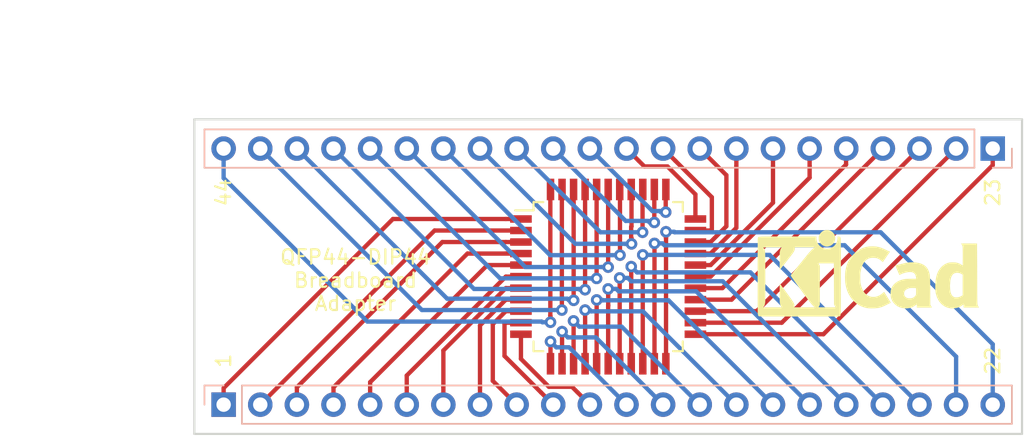
<source format=kicad_pcb>
(kicad_pcb (version 20171130) (host pcbnew "(6.0.0-rc1-dev-1672-g82bab7f0a)")

  (general
    (thickness 1.6)
    (drawings 11)
    (tracks 247)
    (zones 0)
    (modules 4)
    (nets 45)
  )

  (page A4)
  (layers
    (0 F.Cu signal)
    (31 B.Cu signal)
    (32 B.Adhes user)
    (33 F.Adhes user)
    (34 B.Paste user)
    (35 F.Paste user)
    (36 B.SilkS user)
    (37 F.SilkS user)
    (38 B.Mask user)
    (39 F.Mask user)
    (40 Dwgs.User user)
    (41 Cmts.User user)
    (42 Eco1.User user)
    (43 Eco2.User user)
    (44 Edge.Cuts user)
    (45 Margin user)
    (46 B.CrtYd user)
    (47 F.CrtYd user)
    (48 B.Fab user)
    (49 F.Fab user)
  )

  (setup
    (last_trace_width 0.3)
    (trace_clearance 0.24)
    (zone_clearance 0.508)
    (zone_45_only no)
    (trace_min 0.2)
    (via_size 0.8)
    (via_drill 0.4)
    (via_min_size 0.4)
    (via_min_drill 0.3)
    (uvia_size 0.3)
    (uvia_drill 0.1)
    (uvias_allowed no)
    (uvia_min_size 0.2)
    (uvia_min_drill 0.1)
    (edge_width 0.15)
    (segment_width 0.2)
    (pcb_text_width 0.3)
    (pcb_text_size 1.5 1.5)
    (mod_edge_width 0.15)
    (mod_text_size 1 1)
    (mod_text_width 0.15)
    (pad_size 1.524 1.524)
    (pad_drill 0.762)
    (pad_to_mask_clearance 0.051)
    (solder_mask_min_width 0.25)
    (aux_axis_origin 61.468 75.692)
    (grid_origin 61.468 75.692)
    (visible_elements FFFFFF7F)
    (pcbplotparams
      (layerselection 0x010fc_ffffffff)
      (usegerberextensions false)
      (usegerberattributes false)
      (usegerberadvancedattributes false)
      (creategerberjobfile false)
      (excludeedgelayer true)
      (linewidth 0.100000)
      (plotframeref false)
      (viasonmask false)
      (mode 1)
      (useauxorigin false)
      (hpglpennumber 1)
      (hpglpenspeed 20)
      (hpglpendiameter 15.000000)
      (psnegative false)
      (psa4output false)
      (plotreference true)
      (plotvalue true)
      (plotinvisibletext false)
      (padsonsilk false)
      (subtractmaskfromsilk false)
      (outputformat 1)
      (mirror false)
      (drillshape 1)
      (scaleselection 1)
      (outputdirectory ""))
  )

  (net 0 "")
  (net 1 6)
  (net 2 5)
  (net 3 4)
  (net 4 3)
  (net 5 2)
  (net 6 1)
  (net 7 22)
  (net 8 21)
  (net 9 20)
  (net 10 19)
  (net 11 18)
  (net 12 17)
  (net 13 16)
  (net 14 15)
  (net 15 14)
  (net 16 13)
  (net 17 12)
  (net 18 11)
  (net 19 10)
  (net 20 9)
  (net 21 8)
  (net 22 7)
  (net 23 23)
  (net 24 24)
  (net 25 25)
  (net 26 26)
  (net 27 27)
  (net 28 28)
  (net 29 29)
  (net 30 30)
  (net 31 31)
  (net 32 32)
  (net 33 33)
  (net 34 34)
  (net 35 35)
  (net 36 36)
  (net 37 37)
  (net 38 38)
  (net 39 39)
  (net 40 40)
  (net 41 41)
  (net 42 42)
  (net 43 43)
  (net 44 44)

  (net_class Default "This is the default net class."
    (clearance 0.24)
    (trace_width 0.3)
    (via_dia 0.8)
    (via_drill 0.4)
    (uvia_dia 0.3)
    (uvia_drill 0.1)
    (add_net 1)
    (add_net 10)
    (add_net 11)
    (add_net 12)
    (add_net 13)
    (add_net 14)
    (add_net 15)
    (add_net 16)
    (add_net 17)
    (add_net 18)
    (add_net 19)
    (add_net 2)
    (add_net 20)
    (add_net 21)
    (add_net 22)
    (add_net 23)
    (add_net 24)
    (add_net 25)
    (add_net 26)
    (add_net 27)
    (add_net 28)
    (add_net 29)
    (add_net 3)
    (add_net 30)
    (add_net 31)
    (add_net 32)
    (add_net 33)
    (add_net 34)
    (add_net 35)
    (add_net 36)
    (add_net 37)
    (add_net 38)
    (add_net 39)
    (add_net 4)
    (add_net 40)
    (add_net 41)
    (add_net 42)
    (add_net 43)
    (add_net 44)
    (add_net 5)
    (add_net 6)
    (add_net 7)
    (add_net 8)
    (add_net 9)
  )

  (module Symbol:KiCad-Logo_6mm_SilkScreen (layer F.Cu) (tedit 0) (tstamp 5C5445A4)
    (at 108.204 64.516)
    (descr "KiCad Logo")
    (tags "Logo KiCad")
    (attr virtual)
    (fp_text reference REF** (at 0 -5.08) (layer F.SilkS) hide
      (effects (font (size 1 1) (thickness 0.15)))
    )
    (fp_text value KiCad-Logo_6mm_SilkScreen (at 0 5.08) (layer F.Fab) hide
      (effects (font (size 1 1) (thickness 0.15)))
    )
    (fp_poly (pts (xy -2.726079 -2.96351) (xy -2.622973 -2.927762) (xy -2.526978 -2.871493) (xy -2.441247 -2.794712)
      (xy -2.36893 -2.697427) (xy -2.336445 -2.636108) (xy -2.308332 -2.55034) (xy -2.294705 -2.451323)
      (xy -2.296214 -2.349529) (xy -2.312969 -2.257286) (xy -2.358763 -2.144568) (xy -2.425168 -2.046793)
      (xy -2.508809 -1.965885) (xy -2.606312 -1.903768) (xy -2.7143 -1.862366) (xy -2.829399 -1.843603)
      (xy -2.948234 -1.849402) (xy -3.006811 -1.861794) (xy -3.120972 -1.906203) (xy -3.222365 -1.973967)
      (xy -3.308545 -2.062999) (xy -3.377066 -2.171209) (xy -3.382864 -2.183027) (xy -3.402904 -2.227372)
      (xy -3.415487 -2.26472) (xy -3.422319 -2.30412) (xy -3.425105 -2.354619) (xy -3.425568 -2.409567)
      (xy -3.424803 -2.475585) (xy -3.421352 -2.523311) (xy -3.413477 -2.561897) (xy -3.399443 -2.600494)
      (xy -3.38212 -2.638574) (xy -3.317505 -2.746672) (xy -3.237934 -2.834197) (xy -3.14656 -2.901159)
      (xy -3.046536 -2.947564) (xy -2.941012 -2.973419) (xy -2.833142 -2.978732) (xy -2.726079 -2.96351)) (layer F.SilkS) (width 0.01))
    (fp_poly (pts (xy 6.84227 -2.043175) (xy 6.959041 -2.042696) (xy 6.998729 -2.042455) (xy 7.544486 -2.038865)
      (xy 7.551351 0.054919) (xy 7.552258 0.338842) (xy 7.553062 0.59664) (xy 7.553815 0.829646)
      (xy 7.554569 1.039194) (xy 7.555375 1.226618) (xy 7.556285 1.39325) (xy 7.557351 1.540425)
      (xy 7.558624 1.669477) (xy 7.560156 1.781739) (xy 7.561998 1.878544) (xy 7.564203 1.961226)
      (xy 7.566822 2.031119) (xy 7.569906 2.089557) (xy 7.573508 2.137872) (xy 7.577678 2.1774)
      (xy 7.582469 2.209473) (xy 7.587931 2.235424) (xy 7.594118 2.256589) (xy 7.60108 2.274299)
      (xy 7.608869 2.289889) (xy 7.617537 2.304693) (xy 7.627135 2.320044) (xy 7.637715 2.337276)
      (xy 7.639884 2.340946) (xy 7.676268 2.403031) (xy 7.150431 2.399434) (xy 6.624594 2.395838)
      (xy 6.617729 2.280331) (xy 6.613992 2.224899) (xy 6.610097 2.192851) (xy 6.604811 2.180135)
      (xy 6.596903 2.182696) (xy 6.59027 2.190024) (xy 6.561374 2.216714) (xy 6.514279 2.251021)
      (xy 6.45562 2.288846) (xy 6.392031 2.32609) (xy 6.330149 2.358653) (xy 6.282634 2.380077)
      (xy 6.171316 2.415283) (xy 6.043596 2.440222) (xy 5.908901 2.453941) (xy 5.776663 2.455486)
      (xy 5.656308 2.443906) (xy 5.654326 2.443574) (xy 5.489641 2.40225) (xy 5.335479 2.336412)
      (xy 5.193328 2.247474) (xy 5.064675 2.136852) (xy 4.951007 2.005961) (xy 4.85381 1.856216)
      (xy 4.774572 1.689033) (xy 4.73143 1.56519) (xy 4.702979 1.461581) (xy 4.68188 1.361252)
      (xy 4.667488 1.258109) (xy 4.659158 1.146057) (xy 4.656245 1.019001) (xy 4.657535 0.915252)
      (xy 5.67065 0.915252) (xy 5.675444 1.089222) (xy 5.690568 1.238895) (xy 5.716485 1.365597)
      (xy 5.753663 1.470658) (xy 5.802565 1.555406) (xy 5.863658 1.621169) (xy 5.934177 1.667659)
      (xy 5.970871 1.685014) (xy 6.002696 1.695419) (xy 6.038177 1.700179) (xy 6.085841 1.700601)
      (xy 6.137189 1.698748) (xy 6.238169 1.689841) (xy 6.318035 1.672398) (xy 6.343135 1.663661)
      (xy 6.400448 1.637857) (xy 6.460897 1.605453) (xy 6.487297 1.589233) (xy 6.555946 1.544205)
      (xy 6.555946 0.116982) (xy 6.480432 0.071718) (xy 6.375121 0.020572) (xy 6.267525 -0.009676)
      (xy 6.161581 -0.019205) (xy 6.061224 -0.008193) (xy 5.970387 0.023181) (xy 5.893007 0.07474)
      (xy 5.868039 0.099488) (xy 5.807856 0.180577) (xy 5.759145 0.278734) (xy 5.721499 0.395643)
      (xy 5.694512 0.532985) (xy 5.677775 0.692444) (xy 5.670883 0.8757) (xy 5.67065 0.915252)
      (xy 4.657535 0.915252) (xy 4.658073 0.872067) (xy 4.669647 0.646053) (xy 4.69292 0.442192)
      (xy 4.728504 0.257513) (xy 4.777013 0.089048) (xy 4.83906 -0.066174) (xy 4.861201 -0.112192)
      (xy 4.950385 -0.262261) (xy 5.058159 -0.395623) (xy 5.18199 -0.510123) (xy 5.319342 -0.603611)
      (xy 5.467683 -0.673932) (xy 5.556604 -0.70294) (xy 5.643933 -0.72016) (xy 5.749011 -0.730406)
      (xy 5.863029 -0.733682) (xy 5.977177 -0.729991) (xy 6.082648 -0.71934) (xy 6.167334 -0.70263)
      (xy 6.268128 -0.66986) (xy 6.365822 -0.627721) (xy 6.451296 -0.580481) (xy 6.496789 -0.548419)
      (xy 6.528169 -0.524578) (xy 6.550142 -0.510061) (xy 6.555141 -0.508) (xy 6.55669 -0.521282)
      (xy 6.558135 -0.559337) (xy 6.559443 -0.619481) (xy 6.560583 -0.699027) (xy 6.561521 -0.795289)
      (xy 6.562226 -0.905581) (xy 6.562667 -1.027219) (xy 6.562811 -1.151115) (xy 6.56273 -1.309804)
      (xy 6.562335 -1.443592) (xy 6.561395 -1.55504) (xy 6.55968 -1.646705) (xy 6.556957 -1.721147)
      (xy 6.552997 -1.780925) (xy 6.547569 -1.828598) (xy 6.540441 -1.866726) (xy 6.531384 -1.897866)
      (xy 6.520167 -1.924579) (xy 6.506558 -1.949423) (xy 6.490328 -1.974957) (xy 6.48824 -1.978119)
      (xy 6.467306 -2.01119) (xy 6.454667 -2.033931) (xy 6.452973 -2.038728) (xy 6.466216 -2.040241)
      (xy 6.504002 -2.041472) (xy 6.563416 -2.042401) (xy 6.641542 -2.043008) (xy 6.735465 -2.043273)
      (xy 6.84227 -2.043175)) (layer F.SilkS) (width 0.01))
    (fp_poly (pts (xy 3.167505 -0.735771) (xy 3.235531 -0.730622) (xy 3.430163 -0.704727) (xy 3.602529 -0.663425)
      (xy 3.75347 -0.606147) (xy 3.883825 -0.532326) (xy 3.994434 -0.441392) (xy 4.086135 -0.332778)
      (xy 4.15977 -0.205915) (xy 4.213539 -0.068648) (xy 4.227187 -0.024863) (xy 4.239073 0.016141)
      (xy 4.249334 0.056569) (xy 4.258113 0.09863) (xy 4.265548 0.144531) (xy 4.27178 0.19648)
      (xy 4.27695 0.256685) (xy 4.281196 0.327352) (xy 4.28466 0.410689) (xy 4.287481 0.508905)
      (xy 4.2898 0.624205) (xy 4.291757 0.758799) (xy 4.293491 0.914893) (xy 4.295143 1.094695)
      (xy 4.296324 1.235676) (xy 4.30427 2.203622) (xy 4.355756 2.29677) (xy 4.380137 2.341645)
      (xy 4.39828 2.376501) (xy 4.406935 2.395054) (xy 4.407243 2.396311) (xy 4.394014 2.397749)
      (xy 4.356326 2.399074) (xy 4.297183 2.400249) (xy 4.219586 2.401237) (xy 4.126536 2.401999)
      (xy 4.021035 2.4025) (xy 3.906084 2.402701) (xy 3.892378 2.402703) (xy 3.377513 2.402703)
      (xy 3.377513 2.286) (xy 3.376635 2.23326) (xy 3.374292 2.192926) (xy 3.370921 2.1713)
      (xy 3.369431 2.169298) (xy 3.355804 2.177683) (xy 3.327757 2.199692) (xy 3.291303 2.230601)
      (xy 3.290485 2.231316) (xy 3.223962 2.280843) (xy 3.139948 2.330575) (xy 3.047937 2.375626)
      (xy 2.957421 2.41111) (xy 2.917567 2.423236) (xy 2.838255 2.438637) (xy 2.740935 2.448465)
      (xy 2.634516 2.45258) (xy 2.527907 2.450841) (xy 2.430017 2.443108) (xy 2.361513 2.431981)
      (xy 2.19352 2.382648) (xy 2.042281 2.312342) (xy 1.908782 2.221933) (xy 1.794006 2.112295)
      (xy 1.698937 1.984299) (xy 1.62456 1.838818) (xy 1.592474 1.750541) (xy 1.572365 1.664739)
      (xy 1.559038 1.561736) (xy 1.552872 1.451034) (xy 1.553074 1.434925) (xy 2.481648 1.434925)
      (xy 2.489348 1.517184) (xy 2.514989 1.585546) (xy 2.562378 1.64897) (xy 2.580579 1.667567)
      (xy 2.645282 1.717846) (xy 2.720066 1.750056) (xy 2.809662 1.765648) (xy 2.904012 1.766796)
      (xy 2.993501 1.759216) (xy 3.062018 1.744389) (xy 3.091775 1.733253) (xy 3.145408 1.702904)
      (xy 3.202235 1.660221) (xy 3.254082 1.612317) (xy 3.292778 1.566301) (xy 3.303054 1.549421)
      (xy 3.311042 1.525782) (xy 3.316721 1.488168) (xy 3.320356 1.432985) (xy 3.322211 1.35664)
      (xy 3.322594 1.283981) (xy 3.322335 1.19927) (xy 3.321287 1.138018) (xy 3.319045 1.096227)
      (xy 3.315206 1.069899) (xy 3.309365 1.055035) (xy 3.301118 1.047639) (xy 3.298567 1.046461)
      (xy 3.2764 1.042833) (xy 3.23268 1.039866) (xy 3.173311 1.037827) (xy 3.104196 1.036983)
      (xy 3.089189 1.036982) (xy 2.996805 1.038457) (xy 2.925432 1.042842) (xy 2.868719 1.050738)
      (xy 2.821872 1.06227) (xy 2.705669 1.106215) (xy 2.614543 1.160243) (xy 2.547705 1.225219)
      (xy 2.504365 1.302005) (xy 2.483734 1.391467) (xy 2.481648 1.434925) (xy 1.553074 1.434925)
      (xy 1.554244 1.342133) (xy 1.563532 1.244536) (xy 1.570777 1.205105) (xy 1.617039 1.058701)
      (xy 1.687384 0.923995) (xy 1.780484 0.80228) (xy 1.895012 0.694847) (xy 2.02964 0.602988)
      (xy 2.18304 0.527996) (xy 2.313459 0.482458) (xy 2.400623 0.458533) (xy 2.483996 0.439943)
      (xy 2.568976 0.426084) (xy 2.660965 0.416351) (xy 2.765362 0.410141) (xy 2.887568 0.406851)
      (xy 2.998055 0.405924) (xy 3.325677 0.405027) (xy 3.319401 0.306547) (xy 3.301579 0.199695)
      (xy 3.263667 0.107852) (xy 3.20728 0.03331) (xy 3.134031 -0.021636) (xy 3.069535 -0.048448)
      (xy 2.977123 -0.065346) (xy 2.867111 -0.067773) (xy 2.744656 -0.056622) (xy 2.614914 -0.03279)
      (xy 2.483042 0.00283) (xy 2.354198 0.049343) (xy 2.260566 0.091883) (xy 2.215517 0.113728)
      (xy 2.181156 0.128984) (xy 2.163681 0.134937) (xy 2.162733 0.134746) (xy 2.156703 0.121412)
      (xy 2.141645 0.086068) (xy 2.118977 0.032101) (xy 2.090115 -0.037104) (xy 2.056477 -0.11816)
      (xy 2.022284 -0.200882) (xy 1.885586 -0.532197) (xy 1.98282 -0.548167) (xy 2.024964 -0.55618)
      (xy 2.088319 -0.569639) (xy 2.167457 -0.587321) (xy 2.256951 -0.608004) (xy 2.351373 -0.630468)
      (xy 2.388973 -0.639597) (xy 2.551637 -0.677326) (xy 2.69405 -0.705612) (xy 2.821527 -0.725028)
      (xy 2.939384 -0.736146) (xy 3.052938 -0.739536) (xy 3.167505 -0.735771)) (layer F.SilkS) (width 0.01))
    (fp_poly (pts (xy 0.439962 -1.839501) (xy 0.588014 -1.823293) (xy 0.731452 -1.794282) (xy 0.87611 -1.750955)
      (xy 1.027824 -1.691799) (xy 1.192428 -1.6153) (xy 1.222071 -1.600483) (xy 1.290098 -1.566969)
      (xy 1.354256 -1.536792) (xy 1.408215 -1.512834) (xy 1.44564 -1.497976) (xy 1.451389 -1.496105)
      (xy 1.506486 -1.479598) (xy 1.259851 -1.120799) (xy 1.199552 -1.033107) (xy 1.144422 -0.952988)
      (xy 1.096336 -0.883164) (xy 1.057168 -0.826353) (xy 1.028794 -0.785277) (xy 1.013087 -0.762654)
      (xy 1.010536 -0.759072) (xy 1.000171 -0.766562) (xy 0.97466 -0.789082) (xy 0.938563 -0.822539)
      (xy 0.918642 -0.84145) (xy 0.805773 -0.931222) (xy 0.679014 -0.999439) (xy 0.569783 -1.036805)
      (xy 0.504214 -1.04854) (xy 0.422116 -1.055692) (xy 0.333144 -1.058126) (xy 0.246956 -1.055712)
      (xy 0.173205 -1.048317) (xy 0.143776 -1.042653) (xy 0.011133 -0.997018) (xy -0.108394 -0.927337)
      (xy -0.214717 -0.83374) (xy -0.307747 -0.716351) (xy -0.387395 -0.5753) (xy -0.453574 -0.410714)
      (xy -0.506194 -0.22272) (xy -0.537467 -0.061783) (xy -0.545626 0.009263) (xy -0.551185 0.101046)
      (xy -0.554198 0.206968) (xy -0.554719 0.320434) (xy -0.5528 0.434849) (xy -0.548497 0.543617)
      (xy -0.541863 0.640143) (xy -0.532951 0.717831) (xy -0.531021 0.729817) (xy -0.488501 0.922892)
      (xy -0.430567 1.093773) (xy -0.356867 1.243224) (xy -0.267049 1.372011) (xy -0.203293 1.441639)
      (xy -0.088714 1.536173) (xy 0.036942 1.606246) (xy 0.171557 1.651477) (xy 0.313011 1.671484)
      (xy 0.459183 1.665885) (xy 0.607955 1.6343) (xy 0.695911 1.603394) (xy 0.817629 1.541506)
      (xy 0.94308 1.452729) (xy 1.013353 1.392694) (xy 1.052811 1.357947) (xy 1.083812 1.332454)
      (xy 1.101458 1.32017) (xy 1.103648 1.319795) (xy 1.111524 1.332347) (xy 1.131932 1.365516)
      (xy 1.163132 1.416458) (xy 1.203386 1.482331) (xy 1.250957 1.560289) (xy 1.304104 1.64749)
      (xy 1.333687 1.696067) (xy 1.559648 2.067215) (xy 1.277527 2.206639) (xy 1.175522 2.256719)
      (xy 1.092889 2.29621) (xy 1.024578 2.327073) (xy 0.965537 2.351268) (xy 0.910714 2.370758)
      (xy 0.85506 2.387503) (xy 0.793523 2.403465) (xy 0.73454 2.417482) (xy 0.682115 2.428329)
      (xy 0.627288 2.436526) (xy 0.564572 2.442528) (xy 0.488477 2.44679) (xy 0.393516 2.449767)
      (xy 0.329513 2.451052) (xy 0.238192 2.45193) (xy 0.150627 2.451487) (xy 0.072612 2.449852)
      (xy 0.009942 2.447149) (xy -0.031587 2.443505) (xy -0.034048 2.443142) (xy -0.249697 2.396487)
      (xy -0.452207 2.325729) (xy -0.641505 2.230914) (xy -0.817521 2.112089) (xy -0.980184 1.9693)
      (xy -1.129422 1.802594) (xy -1.237504 1.654433) (xy -1.352566 1.460502) (xy -1.445577 1.255699)
      (xy -1.516987 1.038383) (xy -1.567244 0.806912) (xy -1.596799 0.559643) (xy -1.606111 0.308559)
      (xy -1.598452 0.06567) (xy -1.574387 -0.15843) (xy -1.533148 -0.367523) (xy -1.473973 -0.565387)
      (xy -1.396096 -0.755804) (xy -1.386797 -0.775532) (xy -1.284352 -0.959941) (xy -1.158528 -1.135424)
      (xy -1.012888 -1.29835) (xy -0.850999 -1.445086) (xy -0.676424 -1.571999) (xy -0.513756 -1.665095)
      (xy -0.349427 -1.738009) (xy -0.184749 -1.790826) (xy -0.013348 -1.824985) (xy 0.171153 -1.841922)
      (xy 0.281459 -1.84442) (xy 0.439962 -1.839501)) (layer F.SilkS) (width 0.01))
    (fp_poly (pts (xy -5.955743 -2.526311) (xy -5.69122 -2.526275) (xy -5.568088 -2.52627) (xy -3.597189 -2.52627)
      (xy -3.597189 -2.41009) (xy -3.584789 -2.268709) (xy -3.547364 -2.138316) (xy -3.484577 -2.018138)
      (xy -3.396094 -1.907398) (xy -3.366157 -1.877489) (xy -3.258466 -1.792652) (xy -3.139725 -1.730779)
      (xy -3.01346 -1.691841) (xy -2.883197 -1.67581) (xy -2.752465 -1.682658) (xy -2.624788 -1.712357)
      (xy -2.503695 -1.76488) (xy -2.392712 -1.840197) (xy -2.342868 -1.885637) (xy -2.249983 -1.997048)
      (xy -2.181873 -2.119565) (xy -2.139129 -2.251785) (xy -2.122347 -2.392308) (xy -2.122124 -2.406133)
      (xy -2.121244 -2.526266) (xy -2.068443 -2.526268) (xy -2.021604 -2.519911) (xy -1.978817 -2.504444)
      (xy -1.975989 -2.502846) (xy -1.966325 -2.497832) (xy -1.957451 -2.493927) (xy -1.949335 -2.489993)
      (xy -1.941943 -2.484894) (xy -1.935245 -2.477492) (xy -1.929208 -2.466649) (xy -1.923801 -2.451228)
      (xy -1.91899 -2.430091) (xy -1.914745 -2.402101) (xy -1.911032 -2.366121) (xy -1.907821 -2.321013)
      (xy -1.905078 -2.26564) (xy -1.902772 -2.198863) (xy -1.900871 -2.119547) (xy -1.899342 -2.026553)
      (xy -1.898154 -1.918743) (xy -1.897274 -1.794981) (xy -1.89667 -1.654129) (xy -1.896311 -1.49505)
      (xy -1.896165 -1.316605) (xy -1.896198 -1.117658) (xy -1.89638 -0.897071) (xy -1.896677 -0.653707)
      (xy -1.897059 -0.386428) (xy -1.897492 -0.094097) (xy -1.897945 0.224424) (xy -1.897998 0.26323)
      (xy -1.898404 0.583782) (xy -1.898749 0.878012) (xy -1.899069 1.147056) (xy -1.8994 1.392052)
      (xy -1.899779 1.614137) (xy -1.900243 1.814447) (xy -1.900828 1.994119) (xy -1.90157 2.15429)
      (xy -1.902506 2.296098) (xy -1.903673 2.420679) (xy -1.905107 2.52917) (xy -1.906844 2.622707)
      (xy -1.908922 2.702429) (xy -1.911376 2.769472) (xy -1.914244 2.824973) (xy -1.917561 2.870068)
      (xy -1.921364 2.905895) (xy -1.92569 2.933591) (xy -1.930575 2.954293) (xy -1.936055 2.969137)
      (xy -1.942168 2.97926) (xy -1.94895 2.9858) (xy -1.956437 2.989893) (xy -1.964666 2.992676)
      (xy -1.973673 2.995287) (xy -1.983495 2.998862) (xy -1.985894 2.99995) (xy -1.993435 3.002396)
      (xy -2.006056 3.004642) (xy -2.024859 3.006698) (xy -2.050947 3.008572) (xy -2.085422 3.010271)
      (xy -2.129385 3.011803) (xy -2.183939 3.013177) (xy -2.250185 3.0144) (xy -2.329226 3.015481)
      (xy -2.422163 3.016427) (xy -2.530099 3.017247) (xy -2.654136 3.017947) (xy -2.795376 3.018538)
      (xy -2.954921 3.019025) (xy -3.133872 3.019419) (xy -3.333332 3.019725) (xy -3.554404 3.019953)
      (xy -3.798188 3.02011) (xy -4.065787 3.020205) (xy -4.358303 3.020245) (xy -4.676839 3.020238)
      (xy -4.780021 3.020228) (xy -5.105623 3.020176) (xy -5.404881 3.020091) (xy -5.678909 3.019963)
      (xy -5.928824 3.019785) (xy -6.15574 3.019548) (xy -6.360773 3.019242) (xy -6.545038 3.01886)
      (xy -6.70965 3.018392) (xy -6.855725 3.01783) (xy -6.984376 3.017165) (xy -7.096721 3.016388)
      (xy -7.193874 3.015491) (xy -7.27695 3.014465) (xy -7.347064 3.013301) (xy -7.405332 3.011991)
      (xy -7.452869 3.010525) (xy -7.49079 3.008896) (xy -7.52021 3.007093) (xy -7.542245 3.00511)
      (xy -7.55801 3.002936) (xy -7.56862 3.000563) (xy -7.574404 2.998391) (xy -7.584684 2.994056)
      (xy -7.594122 2.990859) (xy -7.602755 2.987665) (xy -7.610619 2.983338) (xy -7.617748 2.976744)
      (xy -7.624179 2.966747) (xy -7.629947 2.952212) (xy -7.635089 2.932003) (xy -7.63964 2.904985)
      (xy -7.643635 2.870023) (xy -7.647111 2.825981) (xy -7.650102 2.771724) (xy -7.652646 2.706117)
      (xy -7.654777 2.628024) (xy -7.656532 2.53631) (xy -7.657945 2.42984) (xy -7.658315 2.388973)
      (xy -7.291884 2.388973) (xy -5.996734 2.388973) (xy -6.021655 2.351217) (xy -6.046447 2.312417)
      (xy -6.06744 2.275469) (xy -6.084935 2.237788) (xy -6.09923 2.196788) (xy -6.110623 2.149883)
      (xy -6.119413 2.094487) (xy -6.125898 2.028016) (xy -6.130377 1.947883) (xy -6.13315 1.851502)
      (xy -6.134513 1.736289) (xy -6.134767 1.599657) (xy -6.134209 1.43902) (xy -6.133893 1.379382)
      (xy -6.130325 0.740041) (xy -5.725298 1.291449) (xy -5.610554 1.447876) (xy -5.511143 1.584088)
      (xy -5.42599 1.70189) (xy -5.354022 1.803084) (xy -5.294166 1.889477) (xy -5.245348 1.962874)
      (xy -5.206495 2.025077) (xy -5.176534 2.077893) (xy -5.154391 2.123125) (xy -5.138993 2.162578)
      (xy -5.129266 2.198058) (xy -5.124137 2.231368) (xy -5.122532 2.264313) (xy -5.123379 2.298697)
      (xy -5.123595 2.303019) (xy -5.128054 2.389031) (xy -3.708692 2.388973) (xy -3.814265 2.282522)
      (xy -3.842913 2.253406) (xy -3.87009 2.225076) (xy -3.896989 2.195968) (xy -3.924803 2.16452)
      (xy -3.954725 2.129169) (xy -3.987946 2.088354) (xy -4.025661 2.040511) (xy -4.06906 1.984079)
      (xy -4.119338 1.917494) (xy -4.177688 1.839195) (xy -4.2453 1.747619) (xy -4.323369 1.641204)
      (xy -4.413088 1.518387) (xy -4.515648 1.377605) (xy -4.632242 1.217297) (xy -4.727809 1.085798)
      (xy -4.847749 0.920596) (xy -4.95238 0.776152) (xy -5.042648 0.651094) (xy -5.119503 0.544052)
      (xy -5.183891 0.453654) (xy -5.236761 0.378529) (xy -5.27906 0.317304) (xy -5.311736 0.26861)
      (xy -5.335738 0.231074) (xy -5.352013 0.203325) (xy -5.361508 0.183992) (xy -5.365173 0.171703)
      (xy -5.364071 0.165242) (xy -5.350724 0.148048) (xy -5.321866 0.111655) (xy -5.27924 0.058224)
      (xy -5.224585 -0.010081) (xy -5.159644 -0.091097) (xy -5.086158 -0.18266) (xy -5.005868 -0.282608)
      (xy -4.920515 -0.388776) (xy -4.83184 -0.499003) (xy -4.741586 -0.611124) (xy -4.691944 -0.672756)
      (xy -3.459373 -0.672756) (xy -3.408146 -0.580081) (xy -3.356919 -0.487405) (xy -3.356919 2.203622)
      (xy -3.408146 2.296298) (xy -3.459373 2.388973) (xy -2.853396 2.388973) (xy -2.708734 2.388931)
      (xy -2.589244 2.388741) (xy -2.492642 2.388308) (xy -2.416642 2.387536) (xy -2.358957 2.38633)
      (xy -2.317301 2.384594) (xy -2.289389 2.382232) (xy -2.272935 2.37915) (xy -2.265652 2.375251)
      (xy -2.265255 2.37044) (xy -2.269458 2.364622) (xy -2.269501 2.364574) (xy -2.286813 2.339532)
      (xy -2.309736 2.298815) (xy -2.329981 2.258168) (xy -2.368379 2.176162) (xy -2.376211 -0.672756)
      (xy -3.459373 -0.672756) (xy -4.691944 -0.672756) (xy -4.651493 -0.722976) (xy -4.563302 -0.832396)
      (xy -4.478754 -0.937222) (xy -4.399592 -1.035289) (xy -4.327556 -1.124434) (xy -4.264387 -1.202495)
      (xy -4.211827 -1.267308) (xy -4.171617 -1.31671) (xy -4.148 -1.345513) (xy -4.05629 -1.453222)
      (xy -3.96806 -1.55042) (xy -3.886403 -1.633924) (xy -3.81441 -1.700552) (xy -3.763319 -1.741401)
      (xy -3.702907 -1.784865) (xy -5.092298 -1.784865) (xy -5.091908 -1.703334) (xy -5.095791 -1.643394)
      (xy -5.11039 -1.587823) (xy -5.132988 -1.535145) (xy -5.147678 -1.505385) (xy -5.163472 -1.475897)
      (xy -5.181814 -1.444724) (xy -5.204145 -1.409907) (xy -5.231909 -1.36949) (xy -5.266549 -1.321514)
      (xy -5.309507 -1.264022) (xy -5.362227 -1.195057) (xy -5.426151 -1.112661) (xy -5.502721 -1.014876)
      (xy -5.593381 -0.899745) (xy -5.699574 -0.76531) (xy -5.711568 -0.750141) (xy -6.130325 -0.220588)
      (xy -6.134378 -0.807078) (xy -6.135195 -0.982749) (xy -6.135021 -1.131468) (xy -6.133849 -1.253725)
      (xy -6.131669 -1.350011) (xy -6.128474 -1.420817) (xy -6.124256 -1.466631) (xy -6.122838 -1.475321)
      (xy -6.100591 -1.566865) (xy -6.071443 -1.649392) (xy -6.038182 -1.715747) (xy -6.0182 -1.74389)
      (xy -5.983722 -1.784865) (xy -6.637914 -1.784865) (xy -6.793969 -1.784731) (xy -6.924467 -1.784297)
      (xy -7.03131 -1.783511) (xy -7.116398 -1.782324) (xy -7.181635 -1.780683) (xy -7.228921 -1.778539)
      (xy -7.260157 -1.775841) (xy -7.277246 -1.772538) (xy -7.282088 -1.768579) (xy -7.281753 -1.767702)
      (xy -7.267885 -1.746769) (xy -7.244732 -1.713588) (xy -7.232754 -1.696807) (xy -7.220369 -1.68006)
      (xy -7.209237 -1.665085) (xy -7.199288 -1.650406) (xy -7.190451 -1.634551) (xy -7.182657 -1.616045)
      (xy -7.175835 -1.593415) (xy -7.169916 -1.565187) (xy -7.164829 -1.529887) (xy -7.160504 -1.486042)
      (xy -7.156871 -1.432178) (xy -7.15386 -1.36682) (xy -7.151401 -1.288496) (xy -7.149423 -1.195732)
      (xy -7.147858 -1.087053) (xy -7.146634 -0.960987) (xy -7.145681 -0.816058) (xy -7.14493 -0.650794)
      (xy -7.144311 -0.463721) (xy -7.143752 -0.253365) (xy -7.143185 -0.018252) (xy -7.142655 0.197741)
      (xy -7.142155 0.438535) (xy -7.141895 0.668274) (xy -7.141868 0.885493) (xy -7.142067 1.088722)
      (xy -7.142486 1.276496) (xy -7.143118 1.447345) (xy -7.143956 1.599803) (xy -7.144992 1.732403)
      (xy -7.14622 1.843676) (xy -7.147633 1.932156) (xy -7.149225 1.996375) (xy -7.150987 2.034865)
      (xy -7.151321 2.038933) (xy -7.163466 2.132248) (xy -7.182427 2.20719) (xy -7.211302 2.272594)
      (xy -7.25319 2.337293) (xy -7.258429 2.344352) (xy -7.291884 2.388973) (xy -7.658315 2.388973)
      (xy -7.659054 2.307479) (xy -7.659893 2.16809) (xy -7.660498 2.010539) (xy -7.660905 1.833691)
      (xy -7.66115 1.63641) (xy -7.661267 1.41756) (xy -7.661295 1.176007) (xy -7.661267 0.910615)
      (xy -7.66122 0.620249) (xy -7.66119 0.303773) (xy -7.661189 0.240946) (xy -7.661172 -0.078863)
      (xy -7.661112 -0.372339) (xy -7.661002 -0.64061) (xy -7.660833 -0.884802) (xy -7.660597 -1.106043)
      (xy -7.660284 -1.30546) (xy -7.659885 -1.48418) (xy -7.659393 -1.643329) (xy -7.658797 -1.784034)
      (xy -7.65809 -1.907424) (xy -7.657263 -2.014624) (xy -7.656307 -2.106762) (xy -7.655213 -2.184965)
      (xy -7.653973 -2.250359) (xy -7.652578 -2.304072) (xy -7.651018 -2.347231) (xy -7.649286 -2.380963)
      (xy -7.647372 -2.406395) (xy -7.645268 -2.424653) (xy -7.642966 -2.436866) (xy -7.640455 -2.444159)
      (xy -7.640363 -2.444341) (xy -7.635192 -2.455482) (xy -7.630885 -2.465569) (xy -7.626121 -2.474654)
      (xy -7.619578 -2.482788) (xy -7.609935 -2.490024) (xy -7.595871 -2.496414) (xy -7.576063 -2.502011)
      (xy -7.549191 -2.506867) (xy -7.513933 -2.511034) (xy -7.468968 -2.514564) (xy -7.412974 -2.517509)
      (xy -7.344629 -2.519923) (xy -7.262614 -2.521856) (xy -7.165605 -2.523362) (xy -7.052282 -2.524492)
      (xy -6.921323 -2.525298) (xy -6.771407 -2.525834) (xy -6.601213 -2.526151) (xy -6.409418 -2.526301)
      (xy -6.194702 -2.526337) (xy -5.955743 -2.526311)) (layer F.SilkS) (width 0.01))
  )

  (module Package_QFP:PQFP-44_10x10mm_P0.8mm locked (layer F.Cu) (tedit 5A02F146) (tstamp 5C5ED2D5)
    (at 90.17 64.77)
    (descr "44-Lead Plastic Quad Flatpack - 10x10x2.5mm Body (http://www.onsemi.com/pub/Collateral/122BK.PDF)")
    (tags "PQFP 0.8")
    (path /5C513C9D)
    (attr smd)
    (fp_text reference U1 (at -2.794 -13.462) (layer F.SilkS) hide
      (effects (font (size 1 1) (thickness 0.15)))
    )
    (fp_text value QFP44 (at 0 13.843) (layer F.Fab) hide
      (effects (font (size 1 1) (thickness 0.15)))
    )
    (fp_text user %R (at 0 -13.208) (layer F.Fab) hide
      (effects (font (size 1 1) (thickness 0.15)))
    )
    (fp_line (start -4 -5) (end 5 -5) (layer F.Fab) (width 0.15))
    (fp_line (start 5 -5) (end 5 5) (layer F.Fab) (width 0.15))
    (fp_line (start 5 5) (end -5 5) (layer F.Fab) (width 0.15))
    (fp_line (start -5 5) (end -5 -4) (layer F.Fab) (width 0.15))
    (fp_line (start -5 -4) (end -4 -5) (layer F.Fab) (width 0.15))
    (fp_line (start -7.05 -7.05) (end -7.05 7.05) (layer F.CrtYd) (width 0.05))
    (fp_line (start 7.05 -7.05) (end 7.05 7.05) (layer F.CrtYd) (width 0.05))
    (fp_line (start -7.05 -7.05) (end 7.05 -7.05) (layer F.CrtYd) (width 0.05))
    (fp_line (start -7.05 7.05) (end 7.05 7.05) (layer F.CrtYd) (width 0.05))
    (fp_line (start -5.175 -5.175) (end -5.175 -4.6) (layer F.SilkS) (width 0.15))
    (fp_line (start 5.175 -5.175) (end 5.175 -4.5) (layer F.SilkS) (width 0.15))
    (fp_line (start 5.175 5.175) (end 5.175 4.5) (layer F.SilkS) (width 0.15))
    (fp_line (start -5.175 5.175) (end -5.175 4.5) (layer F.SilkS) (width 0.15))
    (fp_line (start -5.175 -5.175) (end -4.5 -5.175) (layer F.SilkS) (width 0.15))
    (fp_line (start -5.175 5.175) (end -4.5 5.175) (layer F.SilkS) (width 0.15))
    (fp_line (start 5.175 5.175) (end 4.5 5.175) (layer F.SilkS) (width 0.15))
    (fp_line (start 5.175 -5.175) (end 4.5 -5.175) (layer F.SilkS) (width 0.15))
    (fp_line (start -5.175 -4.6) (end -6.45 -4.6) (layer F.SilkS) (width 0.15))
    (pad 1 smd rect (at -6.05 -4) (size 1.5 0.52) (layers F.Cu F.Paste F.Mask)
      (net 6 1))
    (pad 2 smd rect (at -6.05 -3.2) (size 1.5 0.52) (layers F.Cu F.Paste F.Mask)
      (net 5 2))
    (pad 3 smd rect (at -6.05 -2.4) (size 1.5 0.52) (layers F.Cu F.Paste F.Mask)
      (net 4 3))
    (pad 4 smd rect (at -6.05 -1.6) (size 1.5 0.52) (layers F.Cu F.Paste F.Mask)
      (net 3 4))
    (pad 5 smd rect (at -6.05 -0.8) (size 1.5 0.52) (layers F.Cu F.Paste F.Mask)
      (net 2 5))
    (pad 6 smd rect (at -6.05 0) (size 1.5 0.52) (layers F.Cu F.Paste F.Mask)
      (net 1 6))
    (pad 7 smd rect (at -6.05 0.8) (size 1.5 0.52) (layers F.Cu F.Paste F.Mask)
      (net 22 7))
    (pad 8 smd rect (at -6.05 1.6) (size 1.5 0.52) (layers F.Cu F.Paste F.Mask)
      (net 21 8))
    (pad 9 smd rect (at -6.05 2.4) (size 1.5 0.52) (layers F.Cu F.Paste F.Mask)
      (net 20 9))
    (pad 10 smd rect (at -6.05 3.2) (size 1.5 0.52) (layers F.Cu F.Paste F.Mask)
      (net 19 10))
    (pad 11 smd rect (at -6.05 4) (size 1.5 0.52) (layers F.Cu F.Paste F.Mask)
      (net 18 11))
    (pad 12 smd rect (at -4 6.05) (size 0.52 1.5) (layers F.Cu F.Paste F.Mask)
      (net 17 12))
    (pad 13 smd rect (at -3.2 6.05) (size 0.52 1.5) (layers F.Cu F.Paste F.Mask)
      (net 16 13))
    (pad 14 smd rect (at -2.4 6.05) (size 0.52 1.5) (layers F.Cu F.Paste F.Mask)
      (net 15 14))
    (pad 15 smd rect (at -1.6 6.05) (size 0.52 1.5) (layers F.Cu F.Paste F.Mask)
      (net 14 15))
    (pad 16 smd rect (at -0.8 6.05) (size 0.52 1.5) (layers F.Cu F.Paste F.Mask)
      (net 13 16))
    (pad 17 smd rect (at 0 6.05) (size 0.52 1.5) (layers F.Cu F.Paste F.Mask)
      (net 12 17))
    (pad 18 smd rect (at 0.8 6.05) (size 0.52 1.5) (layers F.Cu F.Paste F.Mask)
      (net 11 18))
    (pad 19 smd rect (at 1.6 6.05) (size 0.52 1.5) (layers F.Cu F.Paste F.Mask)
      (net 10 19))
    (pad 20 smd rect (at 2.4 6.05) (size 0.52 1.5) (layers F.Cu F.Paste F.Mask)
      (net 9 20))
    (pad 21 smd rect (at 3.2 6.05) (size 0.52 1.5) (layers F.Cu F.Paste F.Mask)
      (net 8 21))
    (pad 22 smd rect (at 4 6.05) (size 0.52 1.5) (layers F.Cu F.Paste F.Mask)
      (net 7 22))
    (pad 23 smd rect (at 6.05 4) (size 1.5 0.52) (layers F.Cu F.Paste F.Mask)
      (net 23 23))
    (pad 24 smd rect (at 6.05 3.2) (size 1.5 0.52) (layers F.Cu F.Paste F.Mask)
      (net 24 24))
    (pad 25 smd rect (at 6.05 2.4) (size 1.5 0.52) (layers F.Cu F.Paste F.Mask)
      (net 25 25))
    (pad 26 smd rect (at 6.05 1.6) (size 1.5 0.52) (layers F.Cu F.Paste F.Mask)
      (net 26 26))
    (pad 27 smd rect (at 6.05 0.8) (size 1.5 0.52) (layers F.Cu F.Paste F.Mask)
      (net 27 27))
    (pad 28 smd rect (at 6.05 0) (size 1.5 0.52) (layers F.Cu F.Paste F.Mask)
      (net 28 28))
    (pad 29 smd rect (at 6.05 -0.8) (size 1.5 0.52) (layers F.Cu F.Paste F.Mask)
      (net 29 29))
    (pad 30 smd rect (at 6.05 -1.6) (size 1.5 0.52) (layers F.Cu F.Paste F.Mask)
      (net 30 30))
    (pad 31 smd rect (at 6.05 -2.4) (size 1.5 0.52) (layers F.Cu F.Paste F.Mask)
      (net 31 31))
    (pad 32 smd rect (at 6.05 -3.2) (size 1.5 0.52) (layers F.Cu F.Paste F.Mask)
      (net 32 32))
    (pad 33 smd rect (at 6.05 -4) (size 1.5 0.52) (layers F.Cu F.Paste F.Mask)
      (net 33 33))
    (pad 34 smd rect (at 4 -6.05) (size 0.52 1.5) (layers F.Cu F.Paste F.Mask)
      (net 34 34))
    (pad 35 smd rect (at 3.2 -6.05) (size 0.52 1.5) (layers F.Cu F.Paste F.Mask)
      (net 35 35))
    (pad 36 smd rect (at 2.4 -6.05) (size 0.52 1.5) (layers F.Cu F.Paste F.Mask)
      (net 36 36))
    (pad 37 smd rect (at 1.6 -6.05) (size 0.52 1.5) (layers F.Cu F.Paste F.Mask)
      (net 37 37))
    (pad 38 smd rect (at 0.8 -6.05) (size 0.52 1.5) (layers F.Cu F.Paste F.Mask)
      (net 38 38))
    (pad 39 smd rect (at 0 -6.05) (size 0.52 1.5) (layers F.Cu F.Paste F.Mask)
      (net 39 39))
    (pad 40 smd rect (at -0.8 -6.05) (size 0.52 1.5) (layers F.Cu F.Paste F.Mask)
      (net 40 40))
    (pad 41 smd rect (at -1.6 -6.05) (size 0.52 1.5) (layers F.Cu F.Paste F.Mask)
      (net 41 41))
    (pad 42 smd rect (at -2.4 -6.05) (size 0.52 1.5) (layers F.Cu F.Paste F.Mask)
      (net 42 42))
    (pad 43 smd rect (at -3.2 -6.05) (size 0.52 1.5) (layers F.Cu F.Paste F.Mask)
      (net 43 43))
    (pad 44 smd rect (at -4 -6.05) (size 0.52 1.5) (layers F.Cu F.Paste F.Mask)
      (net 44 44))
    (model ${KISYS3DMOD}/Package_QFP.3dshapes/PQFP-44_10x10mm_P0.8mm.wrl
      (at (xyz 0 0 0))
      (scale (xyz 1 1 1))
      (rotate (xyz 0 0 0))
    )
  )

  (module Connector_PinHeader_2.54mm:PinHeader_1x22_P2.54mm_Vertical locked (layer B.Cu) (tedit 59FED5CC) (tstamp 5C5FBDF8)
    (at 63.5 73.66 270)
    (descr "Through hole straight pin header, 1x22, 2.54mm pitch, single row")
    (tags "Through hole pin header THT 1x22 2.54mm single row")
    (path /5C5159FE)
    (fp_text reference J1 (at 0.254 4.572 270) (layer B.SilkS) hide
      (effects (font (size 1 1) (thickness 0.15)) (justify mirror))
    )
    (fp_text value Conn_01x22_Male (at 0 -57.023 270) (layer B.Fab) hide
      (effects (font (size 1 1) (thickness 0.15)) (justify mirror))
    )
    (fp_text user %R (at 0 -26.67 180) (layer B.Fab) hide
      (effects (font (size 1 1) (thickness 0.15)) (justify mirror))
    )
    (fp_line (start 1.8 1.8) (end -1.8 1.8) (layer B.CrtYd) (width 0.05))
    (fp_line (start 1.8 -55.15) (end 1.8 1.8) (layer B.CrtYd) (width 0.05))
    (fp_line (start -1.8 -55.15) (end 1.8 -55.15) (layer B.CrtYd) (width 0.05))
    (fp_line (start -1.8 1.8) (end -1.8 -55.15) (layer B.CrtYd) (width 0.05))
    (fp_line (start -1.33 1.33) (end 0 1.33) (layer B.SilkS) (width 0.12))
    (fp_line (start -1.33 0) (end -1.33 1.33) (layer B.SilkS) (width 0.12))
    (fp_line (start -1.33 -1.27) (end 1.33 -1.27) (layer B.SilkS) (width 0.12))
    (fp_line (start 1.33 -1.27) (end 1.33 -54.67) (layer B.SilkS) (width 0.12))
    (fp_line (start -1.33 -1.27) (end -1.33 -54.67) (layer B.SilkS) (width 0.12))
    (fp_line (start -1.33 -54.67) (end 1.33 -54.67) (layer B.SilkS) (width 0.12))
    (fp_line (start -1.27 0.635) (end -0.635 1.27) (layer B.Fab) (width 0.1))
    (fp_line (start -1.27 -54.61) (end -1.27 0.635) (layer B.Fab) (width 0.1))
    (fp_line (start 1.27 -54.61) (end -1.27 -54.61) (layer B.Fab) (width 0.1))
    (fp_line (start 1.27 1.27) (end 1.27 -54.61) (layer B.Fab) (width 0.1))
    (fp_line (start -0.635 1.27) (end 1.27 1.27) (layer B.Fab) (width 0.1))
    (pad 22 thru_hole oval (at 0 -53.34 270) (size 1.7 1.7) (drill 1) (layers *.Cu *.Mask)
      (net 7 22))
    (pad 21 thru_hole oval (at 0 -50.8 270) (size 1.7 1.7) (drill 1) (layers *.Cu *.Mask)
      (net 8 21))
    (pad 20 thru_hole oval (at 0 -48.26 270) (size 1.7 1.7) (drill 1) (layers *.Cu *.Mask)
      (net 9 20))
    (pad 19 thru_hole oval (at 0 -45.72 270) (size 1.7 1.7) (drill 1) (layers *.Cu *.Mask)
      (net 10 19))
    (pad 18 thru_hole oval (at 0 -43.18 270) (size 1.7 1.7) (drill 1) (layers *.Cu *.Mask)
      (net 11 18))
    (pad 17 thru_hole oval (at 0 -40.64 270) (size 1.7 1.7) (drill 1) (layers *.Cu *.Mask)
      (net 12 17))
    (pad 16 thru_hole oval (at 0 -38.1 270) (size 1.7 1.7) (drill 1) (layers *.Cu *.Mask)
      (net 13 16))
    (pad 15 thru_hole oval (at 0 -35.56 270) (size 1.7 1.7) (drill 1) (layers *.Cu *.Mask)
      (net 14 15))
    (pad 14 thru_hole oval (at 0 -33.02 270) (size 1.7 1.7) (drill 1) (layers *.Cu *.Mask)
      (net 15 14))
    (pad 13 thru_hole oval (at 0 -30.48 270) (size 1.7 1.7) (drill 1) (layers *.Cu *.Mask)
      (net 16 13))
    (pad 12 thru_hole oval (at 0 -27.94 270) (size 1.7 1.7) (drill 1) (layers *.Cu *.Mask)
      (net 17 12))
    (pad 11 thru_hole oval (at 0 -25.4 270) (size 1.7 1.7) (drill 1) (layers *.Cu *.Mask)
      (net 18 11))
    (pad 10 thru_hole oval (at 0 -22.86 270) (size 1.7 1.7) (drill 1) (layers *.Cu *.Mask)
      (net 19 10))
    (pad 9 thru_hole oval (at 0 -20.32 270) (size 1.7 1.7) (drill 1) (layers *.Cu *.Mask)
      (net 20 9))
    (pad 8 thru_hole oval (at 0 -17.78 270) (size 1.7 1.7) (drill 1) (layers *.Cu *.Mask)
      (net 21 8))
    (pad 7 thru_hole oval (at 0 -15.24 270) (size 1.7 1.7) (drill 1) (layers *.Cu *.Mask)
      (net 22 7))
    (pad 6 thru_hole oval (at 0 -12.7 270) (size 1.7 1.7) (drill 1) (layers *.Cu *.Mask)
      (net 1 6))
    (pad 5 thru_hole oval (at 0 -10.16 270) (size 1.7 1.7) (drill 1) (layers *.Cu *.Mask)
      (net 2 5))
    (pad 4 thru_hole oval (at 0 -7.62 270) (size 1.7 1.7) (drill 1) (layers *.Cu *.Mask)
      (net 3 4))
    (pad 3 thru_hole oval (at 0 -5.08 270) (size 1.7 1.7) (drill 1) (layers *.Cu *.Mask)
      (net 4 3))
    (pad 2 thru_hole oval (at 0 -2.54 270) (size 1.7 1.7) (drill 1) (layers *.Cu *.Mask)
      (net 5 2))
    (pad 1 thru_hole rect (at 0 0 270) (size 1.7 1.7) (drill 1) (layers *.Cu *.Mask)
      (net 6 1))
    (model ${KISYS3DMOD}/Connector_PinHeader_2.54mm.3dshapes/PinHeader_1x22_P2.54mm_Vertical.wrl
      (at (xyz 0 0 0))
      (scale (xyz 1 1 1))
      (rotate (xyz 0 0 0))
    )
  )

  (module Connector_PinHeader_2.54mm:PinHeader_1x22_P2.54mm_Vertical locked (layer B.Cu) (tedit 59FED5CC) (tstamp 5C5FBE21)
    (at 116.84 55.88 90)
    (descr "Through hole straight pin header, 1x22, 2.54mm pitch, single row")
    (tags "Through hole pin header THT 1x22 2.54mm single row")
    (path /5C515973)
    (fp_text reference J2 (at -0.127 5.461 90) (layer B.SilkS) hide
      (effects (font (size 1 1) (thickness 0.15)) (justify mirror))
    )
    (fp_text value Conn_01x22_Male (at -2.032 -58.547 90) (layer B.Fab) hide
      (effects (font (size 1 1) (thickness 0.15)) (justify mirror))
    )
    (fp_line (start -0.635 1.27) (end 1.27 1.27) (layer B.Fab) (width 0.1))
    (fp_line (start 1.27 1.27) (end 1.27 -54.61) (layer B.Fab) (width 0.1))
    (fp_line (start 1.27 -54.61) (end -1.27 -54.61) (layer B.Fab) (width 0.1))
    (fp_line (start -1.27 -54.61) (end -1.27 0.635) (layer B.Fab) (width 0.1))
    (fp_line (start -1.27 0.635) (end -0.635 1.27) (layer B.Fab) (width 0.1))
    (fp_line (start -1.33 -54.67) (end 1.33 -54.67) (layer B.SilkS) (width 0.12))
    (fp_line (start -1.33 -1.27) (end -1.33 -54.67) (layer B.SilkS) (width 0.12))
    (fp_line (start 1.33 -1.27) (end 1.33 -54.67) (layer B.SilkS) (width 0.12))
    (fp_line (start -1.33 -1.27) (end 1.33 -1.27) (layer B.SilkS) (width 0.12))
    (fp_line (start -1.33 0) (end -1.33 1.33) (layer B.SilkS) (width 0.12))
    (fp_line (start -1.33 1.33) (end 0 1.33) (layer B.SilkS) (width 0.12))
    (fp_line (start -1.8 1.8) (end -1.8 -55.15) (layer B.CrtYd) (width 0.05))
    (fp_line (start -1.8 -55.15) (end 1.8 -55.15) (layer B.CrtYd) (width 0.05))
    (fp_line (start 1.8 -55.15) (end 1.8 1.8) (layer B.CrtYd) (width 0.05))
    (fp_line (start 1.8 1.8) (end -1.8 1.8) (layer B.CrtYd) (width 0.05))
    (fp_text user %R (at 0 -26.67) (layer B.Fab) hide
      (effects (font (size 1 1) (thickness 0.15)) (justify mirror))
    )
    (pad 1 thru_hole rect (at 0 0 90) (size 1.7 1.7) (drill 1) (layers *.Cu *.Mask)
      (net 23 23))
    (pad 2 thru_hole oval (at 0 -2.54 90) (size 1.7 1.7) (drill 1) (layers *.Cu *.Mask)
      (net 24 24))
    (pad 3 thru_hole oval (at 0 -5.08 90) (size 1.7 1.7) (drill 1) (layers *.Cu *.Mask)
      (net 25 25))
    (pad 4 thru_hole oval (at 0 -7.62 90) (size 1.7 1.7) (drill 1) (layers *.Cu *.Mask)
      (net 26 26))
    (pad 5 thru_hole oval (at 0 -10.16 90) (size 1.7 1.7) (drill 1) (layers *.Cu *.Mask)
      (net 27 27))
    (pad 6 thru_hole oval (at 0 -12.7 90) (size 1.7 1.7) (drill 1) (layers *.Cu *.Mask)
      (net 28 28))
    (pad 7 thru_hole oval (at 0 -15.24 90) (size 1.7 1.7) (drill 1) (layers *.Cu *.Mask)
      (net 29 29))
    (pad 8 thru_hole oval (at 0 -17.78 90) (size 1.7 1.7) (drill 1) (layers *.Cu *.Mask)
      (net 30 30))
    (pad 9 thru_hole oval (at 0 -20.32 90) (size 1.7 1.7) (drill 1) (layers *.Cu *.Mask)
      (net 31 31))
    (pad 10 thru_hole oval (at 0 -22.86 90) (size 1.7 1.7) (drill 1) (layers *.Cu *.Mask)
      (net 32 32))
    (pad 11 thru_hole oval (at 0 -25.4 90) (size 1.7 1.7) (drill 1) (layers *.Cu *.Mask)
      (net 33 33))
    (pad 12 thru_hole oval (at 0 -27.94 90) (size 1.7 1.7) (drill 1) (layers *.Cu *.Mask)
      (net 34 34))
    (pad 13 thru_hole oval (at 0 -30.48 90) (size 1.7 1.7) (drill 1) (layers *.Cu *.Mask)
      (net 35 35))
    (pad 14 thru_hole oval (at 0 -33.02 90) (size 1.7 1.7) (drill 1) (layers *.Cu *.Mask)
      (net 36 36))
    (pad 15 thru_hole oval (at 0 -35.56 90) (size 1.7 1.7) (drill 1) (layers *.Cu *.Mask)
      (net 37 37))
    (pad 16 thru_hole oval (at 0 -38.1 90) (size 1.7 1.7) (drill 1) (layers *.Cu *.Mask)
      (net 38 38))
    (pad 17 thru_hole oval (at 0 -40.64 90) (size 1.7 1.7) (drill 1) (layers *.Cu *.Mask)
      (net 39 39))
    (pad 18 thru_hole oval (at 0 -43.18 90) (size 1.7 1.7) (drill 1) (layers *.Cu *.Mask)
      (net 40 40))
    (pad 19 thru_hole oval (at 0 -45.72 90) (size 1.7 1.7) (drill 1) (layers *.Cu *.Mask)
      (net 41 41))
    (pad 20 thru_hole oval (at 0 -48.26 90) (size 1.7 1.7) (drill 1) (layers *.Cu *.Mask)
      (net 42 42))
    (pad 21 thru_hole oval (at 0 -50.8 90) (size 1.7 1.7) (drill 1) (layers *.Cu *.Mask)
      (net 43 43))
    (pad 22 thru_hole oval (at 0 -53.34 90) (size 1.7 1.7) (drill 1) (layers *.Cu *.Mask)
      (net 44 44))
    (model ${KISYS3DMOD}/Connector_PinHeader_2.54mm.3dshapes/PinHeader_1x22_P2.54mm_Vertical.wrl
      (at (xyz 0 0 0))
      (scale (xyz 1 1 1))
      (rotate (xyz 0 0 0))
    )
  )

  (gr_text "QFP44-DIP44\nBreadboard\nAdapter" (at 72.644 65.024) (layer F.SilkS)
    (effects (font (size 1 1) (thickness 0.15)))
  )
  (gr_text 44 (at 63.5 58.928 90) (layer F.SilkS) (tstamp 5C5342B5)
    (effects (font (size 1 1) (thickness 0.15)))
  )
  (gr_text 23 (at 116.84 58.928 90) (layer F.SilkS) (tstamp 5C5342A8)
    (effects (font (size 1 1) (thickness 0.15)))
  )
  (gr_text 22 (at 116.84 70.612 90) (layer F.SilkS) (tstamp 5C53429D)
    (effects (font (size 1 1) (thickness 0.15)))
  )
  (gr_text 1 (at 63.5 70.612 90) (layer F.SilkS) (tstamp 5C534298)
    (effects (font (size 1 1) (thickness 0.15)))
  )
  (dimension 21.844 (width 0.3) (layer Dwgs.User)
    (gr_text "21.844 mm" (at 53.526 64.77 270) (layer Dwgs.User)
      (effects (font (size 1.5 1.5) (thickness 0.3)))
    )
    (feature1 (pts (xy 61.468 75.692) (xy 55.039579 75.692)))
    (feature2 (pts (xy 61.468 53.848) (xy 55.039579 53.848)))
    (crossbar (pts (xy 55.626 53.848) (xy 55.626 75.692)))
    (arrow1a (pts (xy 55.626 75.692) (xy 55.039579 74.565496)))
    (arrow1b (pts (xy 55.626 75.692) (xy 56.212421 74.565496)))
    (arrow2a (pts (xy 55.626 53.848) (xy 55.039579 54.974504)))
    (arrow2b (pts (xy 55.626 53.848) (xy 56.212421 54.974504)))
  )
  (dimension 57.404 (width 0.3) (layer Dwgs.User) (tstamp 5C5FBE7A)
    (gr_text "57.404 mm" (at 90.17 46.668) (layer Dwgs.User) (tstamp 5C5FBE7A)
      (effects (font (size 1.5 1.5) (thickness 0.3)))
    )
    (feature1 (pts (xy 118.872 53.848) (xy 118.872 48.181579)))
    (feature2 (pts (xy 61.468 53.848) (xy 61.468 48.181579)))
    (crossbar (pts (xy 61.468 48.768) (xy 118.872 48.768)))
    (arrow1a (pts (xy 118.872 48.768) (xy 117.745496 49.354421)))
    (arrow1b (pts (xy 118.872 48.768) (xy 117.745496 48.181579)))
    (arrow2a (pts (xy 61.468 48.768) (xy 62.594504 49.354421)))
    (arrow2b (pts (xy 61.468 48.768) (xy 62.594504 48.181579)))
  )
  (gr_line (start 118.872 75.692) (end 61.468 75.692) (layer Edge.Cuts) (width 0.15))
  (gr_line (start 118.872 53.848) (end 118.872 75.692) (layer Edge.Cuts) (width 0.15))
  (gr_line (start 61.468 53.848) (end 118.872 53.848) (layer Edge.Cuts) (width 0.15))
  (gr_line (start 61.468 75.692) (end 61.468 53.848) (layer Edge.Cuts) (width 0.15))

  (segment (start 76.2 72.457919) (end 76.2 73.66) (width 0.3) (layer F.Cu) (net 1))
  (segment (start 76.2 71.64) (end 76.2 72.457919) (width 0.3) (layer F.Cu) (net 1))
  (segment (start 83.07 64.77) (end 76.2 71.64) (width 0.3) (layer F.Cu) (net 1))
  (segment (start 84.12 64.77) (end 83.07 64.77) (width 0.3) (layer F.Cu) (net 1))
  (segment (start 73.66 72.1) (end 73.66 73.66) (width 0.3) (layer F.Cu) (net 2))
  (segment (start 81.79 63.97) (end 73.66 72.1) (width 0.3) (layer F.Cu) (net 2))
  (segment (start 84.12 63.97) (end 81.79 63.97) (width 0.3) (layer F.Cu) (net 2))
  (segment (start 83.07 63.17) (end 84.12 63.17) (width 0.3) (layer F.Cu) (net 3))
  (segment (start 71.12 72.457919) (end 80.407919 63.17) (width 0.3) (layer F.Cu) (net 3))
  (segment (start 80.407919 63.17) (end 83.07 63.17) (width 0.3) (layer F.Cu) (net 3))
  (segment (start 71.12 73.66) (end 71.12 72.457919) (width 0.3) (layer F.Cu) (net 3))
  (segment (start 83.07 62.37) (end 84.12 62.37) (width 0.3) (layer F.Cu) (net 4))
  (segment (start 78.667919 62.37) (end 83.07 62.37) (width 0.3) (layer F.Cu) (net 4))
  (segment (start 68.58 72.457919) (end 78.667919 62.37) (width 0.3) (layer F.Cu) (net 4))
  (segment (start 68.58 73.66) (end 68.58 72.457919) (width 0.3) (layer F.Cu) (net 4))
  (segment (start 78.13 61.57) (end 84.12 61.57) (width 0.3) (layer F.Cu) (net 5))
  (segment (start 66.04 73.66) (end 78.13 61.57) (width 0.3) (layer F.Cu) (net 5))
  (segment (start 75.24 60.77) (end 83.07 60.77) (width 0.3) (layer F.Cu) (net 6))
  (segment (start 63.5 72.51) (end 75.24 60.77) (width 0.3) (layer F.Cu) (net 6))
  (segment (start 83.07 60.77) (end 84.12 60.77) (width 0.3) (layer F.Cu) (net 6))
  (segment (start 63.5 73.66) (end 63.5 72.51) (width 0.3) (layer F.Cu) (net 6))
  (via (at 94.17811 61.656288) (size 0.8) (drill 0.4) (layers F.Cu B.Cu) (net 7) (status 40000))
  (segment (start 94.181766 70.808234) (end 94.17 70.82) (width 0.3) (layer F.Cu) (net 7))
  (segment (start 94.181766 62.079135) (end 94.181766 70.808234) (width 0.3) (layer F.Cu) (net 7))
  (segment (start 94.17811 62.075479) (end 94.181766 62.079135) (width 0.3) (layer F.Cu) (net 7))
  (segment (start 94.17811 61.656288) (end 94.17811 62.075479) (width 0.3) (layer F.Cu) (net 7))
  (segment (start 109.068 61.692) (end 116.84 69.464) (width 0.3) (layer B.Cu) (net 7))
  (segment (start 94.779507 61.692) (end 109.068 61.692) (width 0.3) (layer B.Cu) (net 7))
  (segment (start 94.743795 61.656288) (end 94.779507 61.692) (width 0.3) (layer B.Cu) (net 7))
  (segment (start 116.84 69.464) (end 116.84 73.66) (width 0.3) (layer B.Cu) (net 7))
  (segment (start 94.17811 61.656288) (end 94.743795 61.656288) (width 0.3) (layer B.Cu) (net 7))
  (via (at 93.381765 62.463136) (size 0.8) (drill 0.4) (layers F.Cu B.Cu) (net 8) (status 40000))
  (segment (start 93.381765 70.808235) (end 93.37 70.82) (width 0.3) (layer F.Cu) (net 8))
  (segment (start 93.381765 62.463136) (end 93.381765 70.808235) (width 0.3) (layer F.Cu) (net 8))
  (segment (start 106.568 62.592) (end 114.3 70.324) (width 0.3) (layer B.Cu) (net 8))
  (segment (start 114.3 70.324) (end 114.3 73.66) (width 0.3) (layer B.Cu) (net 8))
  (segment (start 94.076314 62.592) (end 106.568 62.592) (width 0.3) (layer B.Cu) (net 8))
  (segment (start 93.94745 62.463136) (end 94.076314 62.592) (width 0.3) (layer B.Cu) (net 8))
  (segment (start 93.381765 62.463136) (end 93.94745 62.463136) (width 0.3) (layer B.Cu) (net 8))
  (via (at 92.568 63.260178) (size 0.8) (drill 0.4) (layers F.Cu B.Cu) (net 9) (status 40000))
  (segment (start 92.568 70.818) (end 92.57 70.82) (width 0.3) (layer F.Cu) (net 9))
  (segment (start 92.568 63.260178) (end 92.568 70.818) (width 0.3) (layer F.Cu) (net 9))
  (segment (start 101.360178 63.260178) (end 111.76 73.66) (width 0.3) (layer B.Cu) (net 9))
  (segment (start 92.568 63.260178) (end 101.360178 63.260178) (width 0.3) (layer B.Cu) (net 9))
  (via (at 91.768 64.076251) (size 0.8) (drill 0.4) (layers F.Cu B.Cu) (net 10) (status 40000))
  (segment (start 91.768 70.818) (end 91.77 70.82) (width 0.3) (layer F.Cu) (net 10))
  (segment (start 91.768 64.076251) (end 91.768 70.818) (width 0.3) (layer F.Cu) (net 10))
  (segment (start 108.370001 72.810001) (end 109.22 73.66) (width 0.3) (layer B.Cu) (net 10))
  (segment (start 100.03625 64.47625) (end 108.370001 72.810001) (width 0.3) (layer B.Cu) (net 10))
  (segment (start 92.167999 64.47625) (end 100.03625 64.47625) (width 0.3) (layer B.Cu) (net 10))
  (segment (start 91.768 64.076251) (end 92.167999 64.47625) (width 0.3) (layer B.Cu) (net 10))
  (via (at 90.968 64.861698) (size 0.8) (drill 0.4) (layers F.Cu B.Cu) (net 11) (status 40000))
  (segment (start 90.968 70.818) (end 90.97 70.82) (width 0.3) (layer F.Cu) (net 11))
  (segment (start 90.968 64.861698) (end 90.968 70.818) (width 0.3) (layer F.Cu) (net 11))
  (segment (start 91.533685 64.861698) (end 91.763987 65.092) (width 0.3) (layer B.Cu) (net 11))
  (segment (start 90.968 64.861698) (end 91.533685 64.861698) (width 0.3) (layer B.Cu) (net 11))
  (segment (start 98.112 65.092) (end 106.68 73.66) (width 0.3) (layer B.Cu) (net 11))
  (segment (start 91.763987 65.092) (end 98.112 65.092) (width 0.3) (layer B.Cu) (net 11))
  (via (at 90.168 65.624114) (size 0.8) (drill 0.4) (layers F.Cu B.Cu) (net 12) (status 40000))
  (segment (start 90.168 70.818) (end 90.17 70.82) (width 0.3) (layer F.Cu) (net 12))
  (segment (start 90.168 66.778439) (end 90.168 70.818) (width 0.3) (layer F.Cu) (net 12))
  (segment (start 90.172002 66.006435) (end 90.172002 66.774437) (width 0.3) (layer F.Cu) (net 12))
  (segment (start 90.168 66.002433) (end 90.172002 66.006435) (width 0.3) (layer F.Cu) (net 12))
  (segment (start 90.172002 66.774437) (end 90.168 66.778439) (width 0.3) (layer F.Cu) (net 12))
  (segment (start 90.168 65.624114) (end 90.168 66.002433) (width 0.3) (layer F.Cu) (net 12))
  (segment (start 90.733685 65.624114) (end 90.901571 65.792) (width 0.3) (layer B.Cu) (net 12))
  (segment (start 90.168 65.624114) (end 90.733685 65.624114) (width 0.3) (layer B.Cu) (net 12))
  (segment (start 96.272 65.792) (end 104.14 73.66) (width 0.3) (layer B.Cu) (net 12))
  (segment (start 90.901571 65.792) (end 96.272 65.792) (width 0.3) (layer B.Cu) (net 12))
  (via (at 89.372001 66.390436) (size 0.8) (drill 0.4) (layers F.Cu B.Cu) (net 13) (status 40000))
  (segment (start 89.37 66.392437) (end 89.372001 66.390436) (width 0.3) (layer F.Cu) (net 13))
  (segment (start 89.37 70.82) (end 89.37 66.392437) (width 0.3) (layer F.Cu) (net 13))
  (segment (start 94.354115 66.414115) (end 101.6 73.66) (width 0.3) (layer B.Cu) (net 13))
  (segment (start 89.788799 66.414115) (end 94.354115 66.414115) (width 0.3) (layer B.Cu) (net 13))
  (segment (start 89.76512 66.390436) (end 89.788799 66.414115) (width 0.3) (layer B.Cu) (net 13))
  (segment (start 89.372001 66.390436) (end 89.76512 66.390436) (width 0.3) (layer B.Cu) (net 13))
  (via (at 88.568 67.092846) (size 0.8) (drill 0.4) (layers F.Cu B.Cu) (net 14) (status 40000))
  (segment (start 88.57 67.094846) (end 88.568 67.092846) (width 0.3) (layer F.Cu) (net 14))
  (segment (start 88.57 70.82) (end 88.57 67.094846) (width 0.3) (layer F.Cu) (net 14))
  (segment (start 92.580437 67.180437) (end 99.06 73.66) (width 0.3) (layer B.Cu) (net 14))
  (segment (start 88.9928 67.180437) (end 92.580437 67.180437) (width 0.3) (layer B.Cu) (net 14))
  (segment (start 88.905209 67.092846) (end 88.9928 67.180437) (width 0.3) (layer B.Cu) (net 14))
  (segment (start 88.568 67.092846) (end 88.905209 67.092846) (width 0.3) (layer B.Cu) (net 14))
  (via (at 87.768 67.845343) (size 0.8) (drill 0.4) (layers F.Cu B.Cu) (net 15) (status 40000))
  (segment (start 87.772842 67.850185) (end 87.768 67.845343) (width 0.3) (layer F.Cu) (net 15))
  (segment (start 87.772842 68.973926) (end 87.772842 67.850185) (width 0.3) (layer F.Cu) (net 15))
  (segment (start 87.77 68.976768) (end 87.772842 68.973926) (width 0.3) (layer F.Cu) (net 15))
  (segment (start 87.77 70.82) (end 87.77 68.976768) (width 0.3) (layer F.Cu) (net 15))
  (segment (start 95.670001 72.810001) (end 96.52 73.66) (width 0.3) (layer B.Cu) (net 15))
  (segment (start 91.105342 68.245342) (end 95.670001 72.810001) (width 0.3) (layer B.Cu) (net 15))
  (segment (start 88.167999 68.245342) (end 91.105342 68.245342) (width 0.3) (layer B.Cu) (net 15))
  (segment (start 87.768 67.845343) (end 88.167999 68.245342) (width 0.3) (layer B.Cu) (net 15))
  (via (at 86.972841 68.589925) (size 0.8) (drill 0.4) (layers F.Cu B.Cu) (net 16) (status 40000))
  (segment (start 86.970939 68.591827) (end 86.972841 68.589925) (width 0.3) (layer F.Cu) (net 16))
  (segment (start 86.970939 69.661907) (end 86.970939 68.591827) (width 0.3) (layer F.Cu) (net 16))
  (segment (start 86.97 69.662846) (end 86.970939 69.661907) (width 0.3) (layer F.Cu) (net 16))
  (segment (start 86.97 70.82) (end 86.97 69.662846) (width 0.3) (layer F.Cu) (net 16))
  (segment (start 93.130001 72.810001) (end 93.98 73.66) (width 0.3) (layer B.Cu) (net 16))
  (segment (start 89.309924 68.989924) (end 93.130001 72.810001) (width 0.3) (layer B.Cu) (net 16))
  (segment (start 87.37284 68.989924) (end 89.309924 68.989924) (width 0.3) (layer B.Cu) (net 16))
  (segment (start 86.972841 68.589925) (end 87.37284 68.989924) (width 0.3) (layer B.Cu) (net 16))
  (via (at 86.170938 69.277906) (size 0.8) (drill 0.4) (layers F.Cu B.Cu) (net 17) (tstamp 5C555B10) (status 40000))
  (segment (start 86.17 69.278844) (end 86.170938 69.277906) (width 0.3) (layer F.Cu) (net 17))
  (segment (start 86.17 70.82) (end 86.17 69.278844) (width 0.3) (layer F.Cu) (net 17))
  (segment (start 87.457905 69.677905) (end 90.590001 72.810001) (width 0.3) (layer B.Cu) (net 17))
  (segment (start 90.590001 72.810001) (end 91.44 73.66) (width 0.3) (layer B.Cu) (net 17))
  (segment (start 86.570937 69.677905) (end 87.457905 69.677905) (width 0.3) (layer B.Cu) (net 17))
  (segment (start 86.170938 69.277906) (end 86.570937 69.677905) (width 0.3) (layer B.Cu) (net 17))
  (segment (start 88.050001 72.810001) (end 88.9 73.66) (width 0.3) (layer F.Cu) (net 18))
  (segment (start 87.659999 72.419999) (end 88.050001 72.810001) (width 0.3) (layer F.Cu) (net 18))
  (segment (start 86.057997 72.419999) (end 87.659999 72.419999) (width 0.3) (layer F.Cu) (net 18))
  (segment (start 84.12 70.482002) (end 86.057997 72.419999) (width 0.3) (layer F.Cu) (net 18))
  (segment (start 84.12 68.77) (end 84.12 70.482002) (width 0.3) (layer F.Cu) (net 18))
  (segment (start 85.510001 72.810001) (end 86.36 73.66) (width 0.3) (layer F.Cu) (net 19))
  (segment (start 82.979999 70.279999) (end 85.510001 72.810001) (width 0.3) (layer F.Cu) (net 19))
  (segment (start 82.979999 68.060001) (end 82.979999 70.279999) (width 0.3) (layer F.Cu) (net 19))
  (segment (start 83.07 67.97) (end 82.979999 68.060001) (width 0.3) (layer F.Cu) (net 19))
  (segment (start 84.12 67.97) (end 83.07 67.97) (width 0.3) (layer F.Cu) (net 19))
  (segment (start 83.07 67.17) (end 82.168 68.072) (width 0.3) (layer F.Cu) (net 20))
  (segment (start 84.12 67.17) (end 83.07 67.17) (width 0.3) (layer F.Cu) (net 20))
  (segment (start 82.168 72.008) (end 83.82 73.66) (width 0.3) (layer F.Cu) (net 20))
  (segment (start 82.168 68.072) (end 82.168 72.008) (width 0.3) (layer F.Cu) (net 20))
  (segment (start 81.28 72.457919) (end 81.28 73.66) (width 0.3) (layer F.Cu) (net 21))
  (segment (start 81.28 68.16) (end 81.28 72.457919) (width 0.3) (layer F.Cu) (net 21))
  (segment (start 83.07 66.37) (end 81.28 68.16) (width 0.3) (layer F.Cu) (net 21))
  (segment (start 84.12 66.37) (end 83.07 66.37) (width 0.3) (layer F.Cu) (net 21))
  (segment (start 78.74 72.457919) (end 78.74 73.66) (width 0.3) (layer F.Cu) (net 22))
  (segment (start 78.74 69.9) (end 78.74 72.457919) (width 0.3) (layer F.Cu) (net 22))
  (segment (start 83.07 65.57) (end 78.74 69.9) (width 0.3) (layer F.Cu) (net 22))
  (segment (start 84.12 65.57) (end 83.07 65.57) (width 0.3) (layer F.Cu) (net 22))
  (segment (start 116.84 57.03) (end 116.84 55.88) (width 0.3) (layer F.Cu) (net 23))
  (segment (start 105.1 68.77) (end 116.84 57.03) (width 0.3) (layer F.Cu) (net 23))
  (segment (start 96.22 68.77) (end 105.1 68.77) (width 0.3) (layer F.Cu) (net 23))
  (segment (start 102.21 67.97) (end 114.3 55.88) (width 0.3) (layer F.Cu) (net 24))
  (segment (start 96.22 67.97) (end 102.21 67.97) (width 0.3) (layer F.Cu) (net 24))
  (segment (start 100.47 67.17) (end 111.76 55.88) (width 0.3) (layer F.Cu) (net 25))
  (segment (start 96.22 67.17) (end 100.47 67.17) (width 0.3) (layer F.Cu) (net 25))
  (segment (start 98.73 66.37) (end 109.22 55.88) (width 0.3) (layer F.Cu) (net 26))
  (segment (start 96.22 66.37) (end 98.73 66.37) (width 0.3) (layer F.Cu) (net 26))
  (segment (start 106.668 55.892) (end 106.68 55.88) (width 0.3) (layer F.Cu) (net 27))
  (segment (start 106.668 56.992) (end 106.668 55.892) (width 0.3) (layer F.Cu) (net 27))
  (segment (start 98.09 65.57) (end 106.668 56.992) (width 0.3) (layer F.Cu) (net 27))
  (segment (start 96.22 65.57) (end 98.09 65.57) (width 0.3) (layer F.Cu) (net 27))
  (segment (start 104.14 57.082081) (end 104.14 55.88) (width 0.3) (layer F.Cu) (net 28))
  (segment (start 97.27 64.77) (end 104.14 57.9) (width 0.3) (layer F.Cu) (net 28))
  (segment (start 96.22 64.77) (end 97.27 64.77) (width 0.3) (layer F.Cu) (net 28))
  (segment (start 104.14 57.9) (end 104.14 57.082081) (width 0.3) (layer F.Cu) (net 28))
  (segment (start 101.6 59.64) (end 101.6 57.082081) (width 0.3) (layer F.Cu) (net 29))
  (segment (start 96.22 63.97) (end 97.27 63.97) (width 0.3) (layer F.Cu) (net 29))
  (segment (start 97.27 63.97) (end 101.6 59.64) (width 0.3) (layer F.Cu) (net 29))
  (segment (start 101.6 57.082081) (end 101.6 55.88) (width 0.3) (layer F.Cu) (net 29))
  (segment (start 99.06 57.082081) (end 99.06 55.88) (width 0.3) (layer F.Cu) (net 30))
  (segment (start 99.06 61.38) (end 99.06 57.082081) (width 0.3) (layer F.Cu) (net 30))
  (segment (start 97.27 63.17) (end 99.06 61.38) (width 0.3) (layer F.Cu) (net 30))
  (segment (start 96.22 63.17) (end 97.27 63.17) (width 0.3) (layer F.Cu) (net 30))
  (segment (start 97.27 62.37) (end 98.368 61.272) (width 0.3) (layer F.Cu) (net 31))
  (segment (start 96.22 62.37) (end 97.27 62.37) (width 0.3) (layer F.Cu) (net 31))
  (segment (start 98.368 57.728) (end 96.52 55.88) (width 0.3) (layer F.Cu) (net 31))
  (segment (start 98.368 61.272) (end 98.368 57.728) (width 0.3) (layer F.Cu) (net 31))
  (segment (start 94.829999 56.729999) (end 93.98 55.88) (width 0.3) (layer F.Cu) (net 32))
  (segment (start 97.360001 59.260001) (end 94.829999 56.729999) (width 0.3) (layer F.Cu) (net 32))
  (segment (start 97.360001 61.479999) (end 97.360001 59.260001) (width 0.3) (layer F.Cu) (net 32))
  (segment (start 97.27 61.57) (end 97.360001 61.479999) (width 0.3) (layer F.Cu) (net 32))
  (segment (start 96.22 61.57) (end 97.27 61.57) (width 0.3) (layer F.Cu) (net 32))
  (segment (start 92.680001 57.120001) (end 92.289999 56.729999) (width 0.3) (layer F.Cu) (net 33))
  (segment (start 94.282003 57.120001) (end 92.680001 57.120001) (width 0.3) (layer F.Cu) (net 33))
  (segment (start 96.22 59.057998) (end 94.282003 57.120001) (width 0.3) (layer F.Cu) (net 33))
  (segment (start 92.289999 56.729999) (end 91.44 55.88) (width 0.3) (layer F.Cu) (net 33))
  (segment (start 96.22 60.77) (end 96.22 59.057998) (width 0.3) (layer F.Cu) (net 33))
  (via (at 94.160207 60.293934) (size 0.8) (drill 0.4) (layers F.Cu B.Cu) (net 34) (status 40000))
  (segment (start 94.160207 58.729793) (end 94.17 58.72) (width 0.3) (layer F.Cu) (net 34))
  (segment (start 94.160207 60.293934) (end 94.160207 58.729793) (width 0.3) (layer F.Cu) (net 34))
  (segment (start 93.238769 60.218769) (end 88.9 55.88) (width 0.3) (layer B.Cu) (net 34))
  (segment (start 93.748819 60.218769) (end 93.238769 60.218769) (width 0.3) (layer B.Cu) (net 34))
  (segment (start 93.823984 60.293934) (end 93.748819 60.218769) (width 0.3) (layer B.Cu) (net 34))
  (segment (start 94.160207 60.293934) (end 93.823984 60.293934) (width 0.3) (layer B.Cu) (net 34))
  (via (at 93.369618 61.00877) (size 0.8) (drill 0.4) (layers F.Cu B.Cu) (net 35) (status 40000))
  (segment (start 93.369618 58.720382) (end 93.37 58.72) (width 0.3) (layer F.Cu) (net 35))
  (segment (start 93.369618 61.00877) (end 93.369618 58.720382) (width 0.3) (layer F.Cu) (net 35))
  (segment (start 91.38074 60.90074) (end 86.36 55.88) (width 0.3) (layer B.Cu) (net 35))
  (segment (start 92.932797 60.90074) (end 91.38074 60.90074) (width 0.3) (layer B.Cu) (net 35))
  (segment (start 93.040827 61.00877) (end 92.932797 60.90074) (width 0.3) (layer B.Cu) (net 35))
  (segment (start 93.369618 61.00877) (end 93.040827 61.00877) (width 0.3) (layer B.Cu) (net 35))
  (via (at 92.553596 61.690741) (size 0.8) (drill 0.4) (layers F.Cu B.Cu) (net 36) (status 40000))
  (segment (start 92.553596 58.736404) (end 92.57 58.72) (width 0.3) (layer F.Cu) (net 36))
  (segment (start 92.553596 61.690741) (end 92.553596 58.736404) (width 0.3) (layer F.Cu) (net 36))
  (segment (start 89.630741 61.690741) (end 83.82 55.88) (width 0.3) (layer B.Cu) (net 36))
  (segment (start 92.553596 61.690741) (end 89.630741 61.690741) (width 0.3) (layer B.Cu) (net 36))
  (via (at 91.788132 62.498777) (size 0.8) (drill 0.4) (layers F.Cu B.Cu) (net 37) (status 40000))
  (segment (start 91.788132 58.738132) (end 91.77 58.72) (width 0.3) (layer F.Cu) (net 37))
  (segment (start 91.788132 61.287003) (end 91.788132 58.738132) (width 0.3) (layer F.Cu) (net 37))
  (segment (start 91.763595 61.31154) (end 91.788132 61.287003) (width 0.3) (layer F.Cu) (net 37))
  (segment (start 91.763595 62.069942) (end 91.763595 61.31154) (width 0.3) (layer F.Cu) (net 37))
  (segment (start 91.788132 62.094479) (end 91.763595 62.069942) (width 0.3) (layer F.Cu) (net 37))
  (segment (start 91.788132 62.498777) (end 91.788132 62.094479) (width 0.3) (layer F.Cu) (net 37))
  (segment (start 87.890819 62.490819) (end 81.28 55.88) (width 0.3) (layer B.Cu) (net 37))
  (segment (start 91.366965 62.490819) (end 87.890819 62.490819) (width 0.3) (layer B.Cu) (net 37))
  (segment (start 91.374923 62.498777) (end 91.366965 62.490819) (width 0.3) (layer B.Cu) (net 37))
  (segment (start 91.788132 62.498777) (end 91.374923 62.498777) (width 0.3) (layer B.Cu) (net 37))
  (via (at 90.987764 63.28082) (size 0.8) (drill 0.4) (layers F.Cu B.Cu) (net 38) (status 40000))
  (segment (start 90.987764 58.737764) (end 90.97 58.72) (width 0.3) (layer F.Cu) (net 38))
  (segment (start 90.987764 63.28082) (end 90.987764 58.737764) (width 0.3) (layer F.Cu) (net 38))
  (segment (start 86.14082 63.28082) (end 78.74 55.88) (width 0.3) (layer B.Cu) (net 38))
  (segment (start 90.987764 63.28082) (end 86.14082 63.28082) (width 0.3) (layer B.Cu) (net 38))
  (via (at 90.168 64.111814) (size 0.8) (drill 0.4) (layers F.Cu B.Cu) (net 39) (status 40000))
  (segment (start 90.168 58.722) (end 90.17 58.72) (width 0.3) (layer F.Cu) (net 39))
  (segment (start 90.168 64.111814) (end 90.168 58.722) (width 0.3) (layer F.Cu) (net 39))
  (segment (start 84.426397 64.106397) (end 76.2 55.88) (width 0.3) (layer B.Cu) (net 39))
  (segment (start 89.747201 64.106397) (end 84.426397 64.106397) (width 0.3) (layer B.Cu) (net 39))
  (segment (start 89.752618 64.111814) (end 89.747201 64.106397) (width 0.3) (layer B.Cu) (net 39))
  (segment (start 90.168 64.111814) (end 89.752618 64.111814) (width 0.3) (layer B.Cu) (net 39))
  (via (at 89.368 64.896398) (size 0.8) (drill 0.4) (layers F.Cu B.Cu) (net 40) (status 40000))
  (segment (start 89.368 58.722) (end 89.37 58.72) (width 0.3) (layer F.Cu) (net 40))
  (segment (start 89.368 64.896398) (end 89.368 58.722) (width 0.3) (layer F.Cu) (net 40))
  (segment (start 82.670171 64.890171) (end 73.66 55.88) (width 0.3) (layer B.Cu) (net 40))
  (segment (start 88.947201 64.890171) (end 82.670171 64.890171) (width 0.3) (layer B.Cu) (net 40))
  (segment (start 88.953428 64.896398) (end 88.947201 64.890171) (width 0.3) (layer B.Cu) (net 40))
  (segment (start 89.368 64.896398) (end 88.953428 64.896398) (width 0.3) (layer B.Cu) (net 40))
  (via (at 88.568 65.680172) (size 0.8) (drill 0.4) (layers F.Cu B.Cu) (net 41) (status 40000))
  (segment (start 88.568 58.722) (end 88.57 58.72) (width 0.3) (layer F.Cu) (net 41))
  (segment (start 88.568 65.680172) (end 88.568 58.722) (width 0.3) (layer F.Cu) (net 41))
  (segment (start 80.86791 65.62791) (end 71.12 55.88) (width 0.3) (layer B.Cu) (net 41))
  (segment (start 88.154698 65.62791) (end 80.86791 65.62791) (width 0.3) (layer B.Cu) (net 41))
  (segment (start 88.20696 65.680172) (end 88.154698 65.62791) (width 0.3) (layer B.Cu) (net 41))
  (segment (start 88.568 65.680172) (end 88.20696 65.680172) (width 0.3) (layer B.Cu) (net 41))
  (via (at 87.775497 66.417911) (size 0.8) (drill 0.4) (layers F.Cu B.Cu) (net 42) (status 40000))
  (segment (start 87.775497 58.725497) (end 87.77 58.72) (width 0.3) (layer F.Cu) (net 42))
  (segment (start 87.775497 66.417911) (end 87.775497 58.725497) (width 0.3) (layer F.Cu) (net 42))
  (segment (start 79.002564 66.302564) (end 68.58 55.88) (width 0.3) (layer B.Cu) (net 42))
  (segment (start 87.337195 66.302564) (end 79.002564 66.302564) (width 0.3) (layer B.Cu) (net 42))
  (segment (start 87.452542 66.417911) (end 87.337195 66.302564) (width 0.3) (layer B.Cu) (net 42))
  (segment (start 87.775497 66.417911) (end 87.452542 66.417911) (width 0.3) (layer B.Cu) (net 42))
  (via (at 86.957994 67.092565) (size 0.8) (drill 0.4) (layers F.Cu B.Cu) (net 43) (status 40000))
  (segment (start 86.957994 58.732006) (end 86.97 58.72) (width 0.3) (layer F.Cu) (net 43))
  (segment (start 86.957994 67.092565) (end 86.957994 58.732006) (width 0.3) (layer F.Cu) (net 43))
  (segment (start 77.252565 67.092565) (end 66.04 55.88) (width 0.3) (layer B.Cu) (net 43))
  (segment (start 86.957994 67.092565) (end 77.252565 67.092565) (width 0.3) (layer B.Cu) (net 43))
  (via (at 86.167474 67.937051) (size 0.8) (drill 0.4) (layers F.Cu B.Cu) (net 44) (status 40000))
  (segment (start 86.157993 58.732007) (end 86.17 58.72) (width 0.3) (layer F.Cu) (net 44))
  (segment (start 86.157993 67.476566) (end 86.157993 58.732007) (width 0.3) (layer F.Cu) (net 44))
  (segment (start 86.167474 67.486047) (end 86.157993 67.476566) (width 0.3) (layer F.Cu) (net 44))
  (segment (start 86.167474 67.937051) (end 86.167474 67.486047) (width 0.3) (layer F.Cu) (net 44))
  (segment (start 63.5 57.924) (end 63.5 55.88) (width 0.3) (layer B.Cu) (net 44))
  (segment (start 73.468 67.892) (end 63.5 57.924) (width 0.3) (layer B.Cu) (net 44))
  (segment (start 85.601789 67.937051) (end 85.556738 67.892) (width 0.3) (layer B.Cu) (net 44))
  (segment (start 85.556738 67.892) (end 73.468 67.892) (width 0.3) (layer B.Cu) (net 44))
  (segment (start 86.167474 67.937051) (end 85.601789 67.937051) (width 0.3) (layer B.Cu) (net 44))

)

</source>
